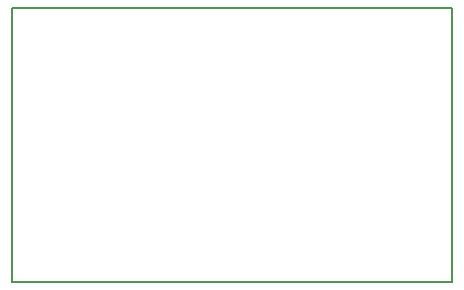
<source format=gbr>
G04 #@! TF.FileFunction,Profile,NP*
%FSLAX46Y46*%
G04 Gerber Fmt 4.6, Leading zero omitted, Abs format (unit mm)*
G04 Created by KiCad (PCBNEW 4.0.3-stable) date Tue Sep  6 15:13:03 2016*
%MOMM*%
%LPD*%
G01*
G04 APERTURE LIST*
%ADD10C,0.100000*%
%ADD11C,0.150000*%
G04 APERTURE END LIST*
D10*
D11*
X131750000Y-107500000D02*
X131750000Y-84250000D01*
X169000000Y-107500000D02*
X131750000Y-107500000D01*
X169000000Y-84250000D02*
X169000000Y-107500000D01*
X131750000Y-84250000D02*
X169000000Y-84250000D01*
M02*

</source>
